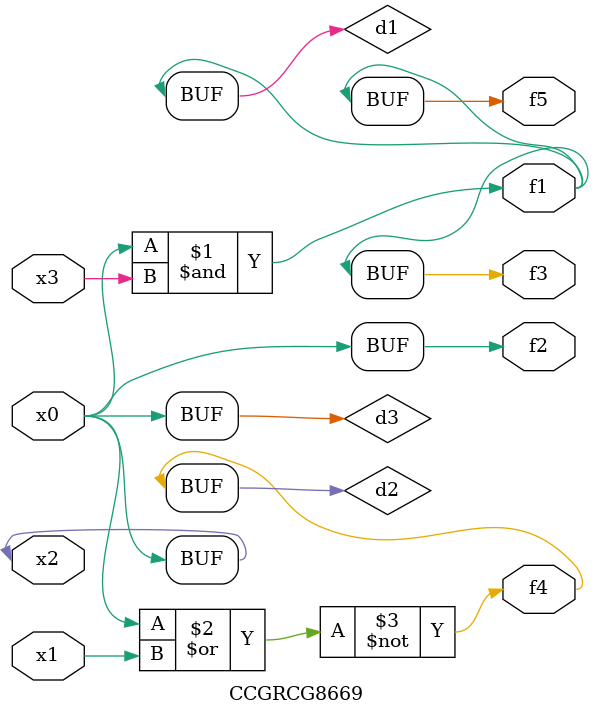
<source format=v>
module CCGRCG8669(
	input x0, x1, x2, x3,
	output f1, f2, f3, f4, f5
);

	wire d1, d2, d3;

	and (d1, x2, x3);
	nor (d2, x0, x1);
	buf (d3, x0, x2);
	assign f1 = d1;
	assign f2 = d3;
	assign f3 = d1;
	assign f4 = d2;
	assign f5 = d1;
endmodule

</source>
